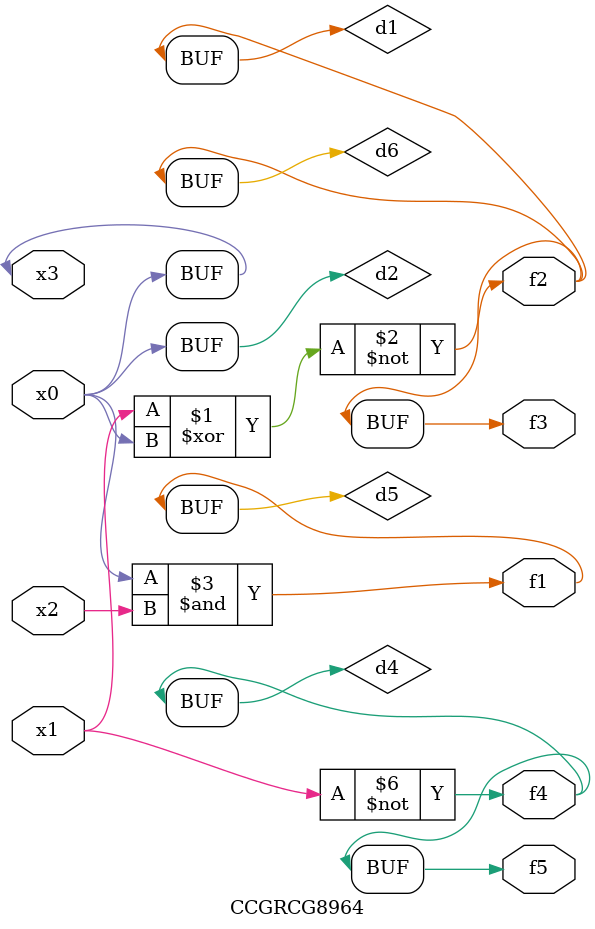
<source format=v>
module CCGRCG8964(
	input x0, x1, x2, x3,
	output f1, f2, f3, f4, f5
);

	wire d1, d2, d3, d4, d5, d6;

	xnor (d1, x1, x3);
	buf (d2, x0, x3);
	nand (d3, x0, x2);
	not (d4, x1);
	nand (d5, d3);
	or (d6, d1);
	assign f1 = d5;
	assign f2 = d6;
	assign f3 = d6;
	assign f4 = d4;
	assign f5 = d4;
endmodule

</source>
